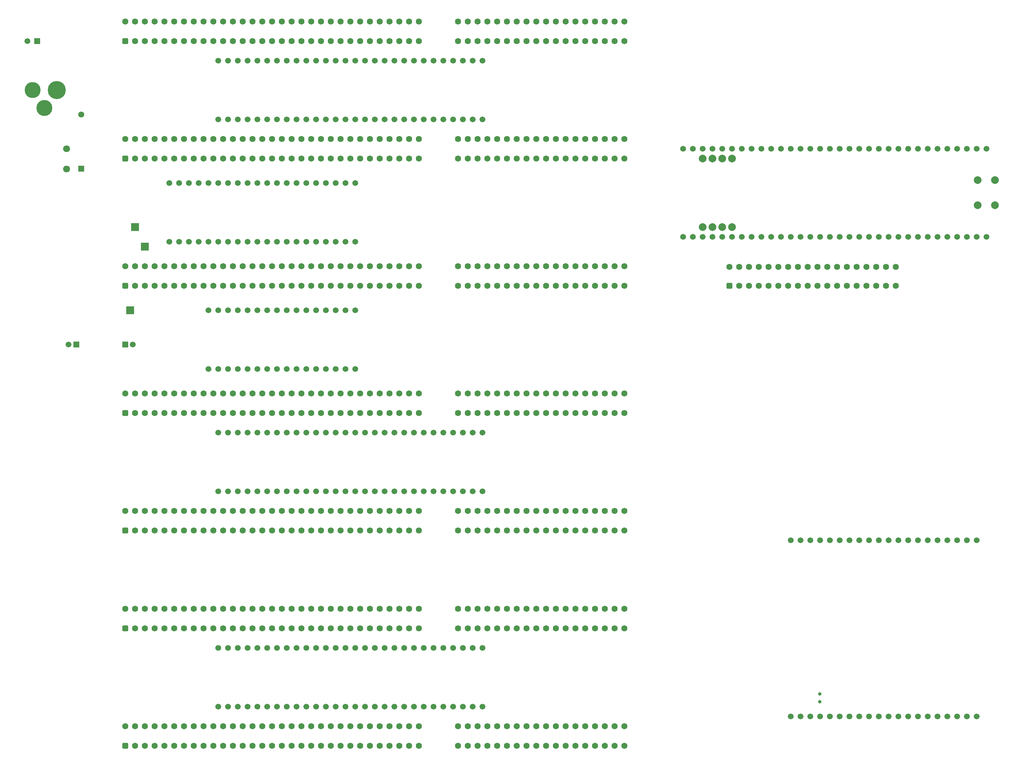
<source format=gbr>
%TF.GenerationSoftware,KiCad,Pcbnew,8.0.4*%
%TF.CreationDate,2024-08-13T10:11:20+02:00*%
%TF.ProjectId,Mainboard Small,4d61696e-626f-4617-9264-20536d616c6c,rev?*%
%TF.SameCoordinates,Original*%
%TF.FileFunction,Soldermask,Bot*%
%TF.FilePolarity,Negative*%
%FSLAX46Y46*%
G04 Gerber Fmt 4.6, Leading zero omitted, Abs format (unit mm)*
G04 Created by KiCad (PCBNEW 8.0.4) date 2024-08-13 10:11:20*
%MOMM*%
%LPD*%
G01*
G04 APERTURE LIST*
G04 Aperture macros list*
%AMRoundRect*
0 Rectangle with rounded corners*
0 $1 Rounding radius*
0 $2 $3 $4 $5 $6 $7 $8 $9 X,Y pos of 4 corners*
0 Add a 4 corners polygon primitive as box body*
4,1,4,$2,$3,$4,$5,$6,$7,$8,$9,$2,$3,0*
0 Add four circle primitives for the rounded corners*
1,1,$1+$1,$2,$3*
1,1,$1+$1,$4,$5*
1,1,$1+$1,$6,$7*
1,1,$1+$1,$8,$9*
0 Add four rect primitives between the rounded corners*
20,1,$1+$1,$2,$3,$4,$5,0*
20,1,$1+$1,$4,$5,$6,$7,0*
20,1,$1+$1,$6,$7,$8,$9,0*
20,1,$1+$1,$8,$9,$2,$3,0*%
G04 Aperture macros list end*
%ADD10RoundRect,0.400000X0.400000X0.400000X-0.400000X0.400000X-0.400000X-0.400000X0.400000X-0.400000X0*%
%ADD11C,1.600000*%
%ADD12C,4.700000*%
%ADD13C,4.150000*%
%ADD14C,1.500000*%
%ADD15C,0.900000*%
%ADD16R,2.000000X2.000000*%
%ADD17R,1.500000X1.500000*%
%ADD18C,2.000000*%
%ADD19R,1.575000X1.575000*%
%ADD20C,1.575000*%
%ADD21C,1.800000*%
G04 APERTURE END LIST*
D10*
%TO.C,MPD0*%
X202565000Y-86360000D03*
D11*
X202565000Y-81509000D03*
X205105000Y-86360000D03*
X205105000Y-81509000D03*
X207645000Y-86360000D03*
X207645000Y-81509000D03*
X210185000Y-86360000D03*
X210185000Y-81509000D03*
X212725000Y-86360000D03*
X212725000Y-81509000D03*
X215265000Y-86360000D03*
X215265000Y-81509000D03*
X217805000Y-86360000D03*
X217805000Y-81509000D03*
X220345000Y-86360000D03*
X220345000Y-81509000D03*
X222885000Y-86360000D03*
X222885000Y-81509000D03*
X225425000Y-86360000D03*
X225425000Y-81509000D03*
X227965000Y-86360000D03*
X227965000Y-81509000D03*
X230505000Y-86360000D03*
X230505000Y-81509000D03*
X233045000Y-86360000D03*
X233045000Y-81509000D03*
X235585000Y-86360000D03*
X235585000Y-81509000D03*
X238125000Y-86360000D03*
X238125000Y-81509000D03*
X240665000Y-86360000D03*
X240665000Y-81509000D03*
X243205000Y-86360000D03*
X243205000Y-81509000D03*
X245745000Y-86360000D03*
X245745000Y-81509000D03*
%TD*%
%TO.C,DEV5*%
X45720000Y-144780000D03*
X48260000Y-144780000D03*
X50800000Y-144780000D03*
X53340000Y-144780000D03*
X55880000Y-144780000D03*
X58420000Y-144780000D03*
X60960000Y-144780000D03*
X63500000Y-144780000D03*
X66040000Y-144780000D03*
X68580000Y-144780000D03*
X71120000Y-144780000D03*
X73660000Y-144780000D03*
X76200000Y-144780000D03*
X78740000Y-144780000D03*
X81280000Y-144780000D03*
X83820000Y-144780000D03*
X86360000Y-144780000D03*
X88900000Y-144780000D03*
X91440000Y-144780000D03*
X93980000Y-144780000D03*
X96520000Y-144780000D03*
X99060000Y-144780000D03*
X101600000Y-144780000D03*
X104140000Y-144780000D03*
X106680000Y-144780000D03*
X109220000Y-144780000D03*
X111760000Y-144780000D03*
X114300000Y-144780000D03*
X116840000Y-144780000D03*
X119380000Y-144780000D03*
X121920000Y-144780000D03*
D10*
X45720000Y-149860000D03*
D11*
X48260000Y-149860000D03*
X50800000Y-149860000D03*
X53340000Y-149860000D03*
X55880000Y-149860000D03*
X58420000Y-149860000D03*
X60960000Y-149860000D03*
X63500000Y-149860000D03*
X66040000Y-149860000D03*
X68580000Y-149860000D03*
X71120000Y-149860000D03*
X73660000Y-149860000D03*
X76200000Y-149860000D03*
X78740000Y-149860000D03*
X81280000Y-149860000D03*
X83820000Y-149860000D03*
X86360000Y-149860000D03*
X88900000Y-149860000D03*
X91440000Y-149860000D03*
X93980000Y-149860000D03*
X96520000Y-149860000D03*
X99060000Y-149860000D03*
X101600000Y-149860000D03*
X104140000Y-149860000D03*
X106680000Y-149860000D03*
X109220000Y-149860000D03*
X111760000Y-149860000D03*
X114300000Y-149860000D03*
X116840000Y-149860000D03*
X119380000Y-149860000D03*
X121920000Y-149860000D03*
X132080000Y-144780000D03*
X134620000Y-144780000D03*
X137160000Y-144780000D03*
X139700000Y-144780000D03*
X142240000Y-144780000D03*
X144780000Y-144780000D03*
X147320000Y-144780000D03*
X149860000Y-144780000D03*
X152400000Y-144780000D03*
X154940000Y-144780000D03*
X157480000Y-144780000D03*
X160020000Y-144780000D03*
X162560000Y-144780000D03*
X165100000Y-144780000D03*
X167640000Y-144780000D03*
X170180000Y-144780000D03*
X172720000Y-144780000D03*
X175260000Y-144780000D03*
X132080000Y-149860000D03*
X134620000Y-149860000D03*
X137160000Y-149860000D03*
X139700000Y-149860000D03*
X142240000Y-149860000D03*
X144780000Y-149860000D03*
X147320000Y-149860000D03*
X149860000Y-149860000D03*
X152400000Y-149860000D03*
X154940000Y-149860000D03*
X157480000Y-149860000D03*
X160020000Y-149860000D03*
X162560000Y-149860000D03*
X165100000Y-149860000D03*
X167640000Y-149860000D03*
X170180000Y-149860000D03*
X172720000Y-149860000D03*
X175260000Y-149860000D03*
%TD*%
D12*
%TO.C,J3*%
X27940000Y-35560000D03*
D13*
X24740000Y-40260000D03*
X21740000Y-35560000D03*
%TD*%
D14*
%TO.C,B1*%
X69850000Y-43180000D03*
X72390000Y-43180000D03*
X74930000Y-43180000D03*
X77470000Y-43180000D03*
X80010000Y-43180000D03*
X82550000Y-43180000D03*
X85090000Y-43180000D03*
X87630000Y-43180000D03*
X90170000Y-43180000D03*
X92710000Y-43180000D03*
X95250000Y-43180000D03*
X97790000Y-43180000D03*
X100330000Y-43180000D03*
X102870000Y-43180000D03*
X105410000Y-43180000D03*
X107950000Y-43180000D03*
X110490000Y-43180000D03*
X113030000Y-43180000D03*
X115570000Y-43180000D03*
X118110000Y-43180000D03*
X120650000Y-43180000D03*
X123190000Y-43180000D03*
X125730000Y-43180000D03*
X128270000Y-43180000D03*
X130810000Y-43180000D03*
X133350000Y-43180000D03*
X135890000Y-43180000D03*
X138430000Y-43180000D03*
X138430000Y-27940000D03*
X135890000Y-27940000D03*
X133350000Y-27940000D03*
X130810000Y-27940000D03*
X128270000Y-27940000D03*
X125730000Y-27940000D03*
X123190000Y-27940000D03*
X120650000Y-27940000D03*
X118110000Y-27940000D03*
X115570000Y-27940000D03*
X113030000Y-27940000D03*
X110490000Y-27940000D03*
X107950000Y-27940000D03*
X105410000Y-27940000D03*
X102870000Y-27940000D03*
X100330000Y-27940000D03*
X97790000Y-27940000D03*
X95250000Y-27940000D03*
X92710000Y-27940000D03*
X90170000Y-27940000D03*
X87630000Y-27940000D03*
X85090000Y-27940000D03*
X82550000Y-27940000D03*
X80010000Y-27940000D03*
X77470000Y-27940000D03*
X74930000Y-27940000D03*
X72390000Y-27940000D03*
X69850000Y-27940000D03*
%TD*%
%TO.C,B3*%
X69850000Y-195580000D03*
X72390000Y-195580000D03*
X74930000Y-195580000D03*
X77470000Y-195580000D03*
X80010000Y-195580000D03*
X82550000Y-195580000D03*
X85090000Y-195580000D03*
X87630000Y-195580000D03*
X90170000Y-195580000D03*
X92710000Y-195580000D03*
X95250000Y-195580000D03*
X97790000Y-195580000D03*
X100330000Y-195580000D03*
X102870000Y-195580000D03*
X105410000Y-195580000D03*
X107950000Y-195580000D03*
X110490000Y-195580000D03*
X113030000Y-195580000D03*
X115570000Y-195580000D03*
X118110000Y-195580000D03*
X120650000Y-195580000D03*
X123190000Y-195580000D03*
X125730000Y-195580000D03*
X128270000Y-195580000D03*
X130810000Y-195580000D03*
X133350000Y-195580000D03*
X135890000Y-195580000D03*
X138430000Y-195580000D03*
X138430000Y-180340000D03*
X135890000Y-180340000D03*
X133350000Y-180340000D03*
X130810000Y-180340000D03*
X128270000Y-180340000D03*
X125730000Y-180340000D03*
X123190000Y-180340000D03*
X120650000Y-180340000D03*
X118110000Y-180340000D03*
X115570000Y-180340000D03*
X113030000Y-180340000D03*
X110490000Y-180340000D03*
X107950000Y-180340000D03*
X105410000Y-180340000D03*
X102870000Y-180340000D03*
X100330000Y-180340000D03*
X97790000Y-180340000D03*
X95250000Y-180340000D03*
X92710000Y-180340000D03*
X90170000Y-180340000D03*
X87630000Y-180340000D03*
X85090000Y-180340000D03*
X82550000Y-180340000D03*
X80010000Y-180340000D03*
X77470000Y-180340000D03*
X74930000Y-180340000D03*
X72390000Y-180340000D03*
X69850000Y-180340000D03*
%TD*%
D15*
%TO.C,B6*%
X226035000Y-194335400D03*
X226035000Y-192335400D03*
D14*
X218440000Y-198120000D03*
X220980000Y-198120000D03*
X223520000Y-198120000D03*
X226060000Y-198120000D03*
X228600000Y-198120000D03*
X231140000Y-198120000D03*
X233680000Y-198120000D03*
X236220000Y-198120000D03*
X238760000Y-198120000D03*
X241300000Y-198120000D03*
X243840000Y-198120000D03*
X246380000Y-198120000D03*
X248920000Y-198120000D03*
X251460000Y-198120000D03*
X254000000Y-198120000D03*
X256540000Y-198120000D03*
X259080000Y-198120000D03*
X261620000Y-198120000D03*
X264160000Y-198120000D03*
X266700000Y-198120000D03*
X266700000Y-152400000D03*
X264160000Y-152400000D03*
X261620000Y-152400000D03*
X259080000Y-152400000D03*
X256540000Y-152400000D03*
X254000000Y-152400000D03*
X251460000Y-152400000D03*
X248920000Y-152400000D03*
X246380000Y-152400000D03*
X243840000Y-152400000D03*
X241300000Y-152400000D03*
X238760000Y-152400000D03*
X236220000Y-152400000D03*
X233680000Y-152400000D03*
X231140000Y-152400000D03*
X228600000Y-152400000D03*
X226060000Y-152400000D03*
X223520000Y-152400000D03*
X220980000Y-152400000D03*
X218440000Y-152400000D03*
%TD*%
D16*
%TO.C,TP2*%
X50800000Y-76240000D03*
%TD*%
D17*
%TO.C,C4*%
X45720000Y-101600000D03*
D14*
X47720000Y-101600000D03*
%TD*%
D16*
%TO.C,TP1*%
X48260000Y-71160000D03*
%TD*%
D11*
%TO.C,DEV16*%
X45720000Y-17780000D03*
X48260000Y-17780000D03*
X50800000Y-17780000D03*
X53340000Y-17780000D03*
X55880000Y-17780000D03*
X58420000Y-17780000D03*
X60960000Y-17780000D03*
X63500000Y-17780000D03*
X66040000Y-17780000D03*
X68580000Y-17780000D03*
X71120000Y-17780000D03*
X73660000Y-17780000D03*
X76200000Y-17780000D03*
X78740000Y-17780000D03*
X81280000Y-17780000D03*
X83820000Y-17780000D03*
X86360000Y-17780000D03*
X88900000Y-17780000D03*
X91440000Y-17780000D03*
X93980000Y-17780000D03*
X96520000Y-17780000D03*
X99060000Y-17780000D03*
X101600000Y-17780000D03*
X104140000Y-17780000D03*
X106680000Y-17780000D03*
X109220000Y-17780000D03*
X111760000Y-17780000D03*
X114300000Y-17780000D03*
X116840000Y-17780000D03*
X119380000Y-17780000D03*
X121920000Y-17780000D03*
D10*
X45720000Y-22860000D03*
D11*
X48260000Y-22860000D03*
X50800000Y-22860000D03*
X53340000Y-22860000D03*
X55880000Y-22860000D03*
X58420000Y-22860000D03*
X60960000Y-22860000D03*
X63500000Y-22860000D03*
X66040000Y-22860000D03*
X68580000Y-22860000D03*
X71120000Y-22860000D03*
X73660000Y-22860000D03*
X76200000Y-22860000D03*
X78740000Y-22860000D03*
X81280000Y-22860000D03*
X83820000Y-22860000D03*
X86360000Y-22860000D03*
X88900000Y-22860000D03*
X91440000Y-22860000D03*
X93980000Y-22860000D03*
X96520000Y-22860000D03*
X99060000Y-22860000D03*
X101600000Y-22860000D03*
X104140000Y-22860000D03*
X106680000Y-22860000D03*
X109220000Y-22860000D03*
X111760000Y-22860000D03*
X114300000Y-22860000D03*
X116840000Y-22860000D03*
X119380000Y-22860000D03*
X121920000Y-22860000D03*
X132080000Y-17780000D03*
X134620000Y-17780000D03*
X137160000Y-17780000D03*
X139700000Y-17780000D03*
X142240000Y-17780000D03*
X144780000Y-17780000D03*
X147320000Y-17780000D03*
X149860000Y-17780000D03*
X152400000Y-17780000D03*
X154940000Y-17780000D03*
X157480000Y-17780000D03*
X160020000Y-17780000D03*
X162560000Y-17780000D03*
X165100000Y-17780000D03*
X167640000Y-17780000D03*
X170180000Y-17780000D03*
X172720000Y-17780000D03*
X175260000Y-17780000D03*
X132080000Y-22860000D03*
X134620000Y-22860000D03*
X137160000Y-22860000D03*
X139700000Y-22860000D03*
X142240000Y-22860000D03*
X144780000Y-22860000D03*
X147320000Y-22860000D03*
X149860000Y-22860000D03*
X152400000Y-22860000D03*
X154940000Y-22860000D03*
X157480000Y-22860000D03*
X160020000Y-22860000D03*
X162560000Y-22860000D03*
X165100000Y-22860000D03*
X167640000Y-22860000D03*
X170180000Y-22860000D03*
X172720000Y-22860000D03*
X175260000Y-22860000D03*
%TD*%
D18*
%TO.C,B12*%
X195580000Y-71120000D03*
X198120000Y-71120000D03*
X200660000Y-71120000D03*
X203200000Y-71120000D03*
X266990000Y-65480000D03*
X271490000Y-65480000D03*
X266990000Y-58980000D03*
X271490000Y-58980000D03*
X195580000Y-53340000D03*
X198120000Y-53340000D03*
X200660000Y-53340000D03*
X203200000Y-53340000D03*
D14*
X190500000Y-73660000D03*
X193040000Y-73660000D03*
X195580000Y-73660000D03*
X198120000Y-73660000D03*
X200660000Y-73660000D03*
X203200000Y-73660000D03*
X205740000Y-73660000D03*
X208280000Y-73660000D03*
X210820000Y-73660000D03*
X213360000Y-73660000D03*
X215900000Y-73660000D03*
X218440000Y-73660000D03*
X220980000Y-73660000D03*
X223520000Y-73660000D03*
X226060000Y-73660000D03*
X228600000Y-73660000D03*
X231140000Y-73660000D03*
X233680000Y-73660000D03*
X236220000Y-73660000D03*
X238760000Y-73660000D03*
X241300000Y-73660000D03*
X243840000Y-73660000D03*
X246380000Y-73660000D03*
X248920000Y-73660000D03*
X251460000Y-73660000D03*
X254000000Y-73660000D03*
X256540000Y-73660000D03*
X259080000Y-73660000D03*
X261620000Y-73660000D03*
X264160000Y-73660000D03*
X266700000Y-73660000D03*
X269240000Y-73660000D03*
X269240000Y-50800000D03*
X266700000Y-50800000D03*
X264160000Y-50800000D03*
X261620000Y-50800000D03*
X259080000Y-50800000D03*
X256540000Y-50800000D03*
X254000000Y-50800000D03*
X251460000Y-50800000D03*
X248920000Y-50800000D03*
X246380000Y-50800000D03*
X243840000Y-50800000D03*
X241300000Y-50800000D03*
X238760000Y-50800000D03*
X236220000Y-50800000D03*
X233680000Y-50800000D03*
X231140000Y-50800000D03*
X228600000Y-50800000D03*
X226060000Y-50800000D03*
X223520000Y-50800000D03*
X220980000Y-50800000D03*
X218440000Y-50800000D03*
X215900000Y-50800000D03*
X213360000Y-50800000D03*
X210820000Y-50800000D03*
X208280000Y-50800000D03*
X205740000Y-50800000D03*
X203200000Y-50800000D03*
X200660000Y-50800000D03*
X198120000Y-50800000D03*
X195580000Y-50800000D03*
X193040000Y-50800000D03*
X190500000Y-50800000D03*
%TD*%
D17*
%TO.C,LED2*%
X22860000Y-22860000D03*
D14*
X20320000Y-22860000D03*
%TD*%
D17*
%TO.C,C3*%
X33020000Y-101600000D03*
D14*
X31020000Y-101600000D03*
%TD*%
D11*
%TO.C,DEV4*%
X45720000Y-170180000D03*
X48260000Y-170180000D03*
X50800000Y-170180000D03*
X53340000Y-170180000D03*
X55880000Y-170180000D03*
X58420000Y-170180000D03*
X60960000Y-170180000D03*
X63500000Y-170180000D03*
X66040000Y-170180000D03*
X68580000Y-170180000D03*
X71120000Y-170180000D03*
X73660000Y-170180000D03*
X76200000Y-170180000D03*
X78740000Y-170180000D03*
X81280000Y-170180000D03*
X83820000Y-170180000D03*
X86360000Y-170180000D03*
X88900000Y-170180000D03*
X91440000Y-170180000D03*
X93980000Y-170180000D03*
X96520000Y-170180000D03*
X99060000Y-170180000D03*
X101600000Y-170180000D03*
X104140000Y-170180000D03*
X106680000Y-170180000D03*
X109220000Y-170180000D03*
X111760000Y-170180000D03*
X114300000Y-170180000D03*
X116840000Y-170180000D03*
X119380000Y-170180000D03*
X121920000Y-170180000D03*
D10*
X45720000Y-175260000D03*
D11*
X48260000Y-175260000D03*
X50800000Y-175260000D03*
X53340000Y-175260000D03*
X55880000Y-175260000D03*
X58420000Y-175260000D03*
X60960000Y-175260000D03*
X63500000Y-175260000D03*
X66040000Y-175260000D03*
X68580000Y-175260000D03*
X71120000Y-175260000D03*
X73660000Y-175260000D03*
X76200000Y-175260000D03*
X78740000Y-175260000D03*
X81280000Y-175260000D03*
X83820000Y-175260000D03*
X86360000Y-175260000D03*
X88900000Y-175260000D03*
X91440000Y-175260000D03*
X93980000Y-175260000D03*
X96520000Y-175260000D03*
X99060000Y-175260000D03*
X101600000Y-175260000D03*
X104140000Y-175260000D03*
X106680000Y-175260000D03*
X109220000Y-175260000D03*
X111760000Y-175260000D03*
X114300000Y-175260000D03*
X116840000Y-175260000D03*
X119380000Y-175260000D03*
X121920000Y-175260000D03*
X132080000Y-170180000D03*
X134620000Y-170180000D03*
X137160000Y-170180000D03*
X139700000Y-170180000D03*
X142240000Y-170180000D03*
X144780000Y-170180000D03*
X147320000Y-170180000D03*
X149860000Y-170180000D03*
X152400000Y-170180000D03*
X154940000Y-170180000D03*
X157480000Y-170180000D03*
X160020000Y-170180000D03*
X162560000Y-170180000D03*
X165100000Y-170180000D03*
X167640000Y-170180000D03*
X170180000Y-170180000D03*
X172720000Y-170180000D03*
X175260000Y-170180000D03*
X132080000Y-175260000D03*
X134620000Y-175260000D03*
X137160000Y-175260000D03*
X139700000Y-175260000D03*
X142240000Y-175260000D03*
X144780000Y-175260000D03*
X147320000Y-175260000D03*
X149860000Y-175260000D03*
X152400000Y-175260000D03*
X154940000Y-175260000D03*
X157480000Y-175260000D03*
X160020000Y-175260000D03*
X162560000Y-175260000D03*
X165100000Y-175260000D03*
X167640000Y-175260000D03*
X170180000Y-175260000D03*
X172720000Y-175260000D03*
X175260000Y-175260000D03*
%TD*%
%TO.C,DEV3*%
X45720000Y-200660000D03*
X48260000Y-200660000D03*
X50800000Y-200660000D03*
X53340000Y-200660000D03*
X55880000Y-200660000D03*
X58420000Y-200660000D03*
X60960000Y-200660000D03*
X63500000Y-200660000D03*
X66040000Y-200660000D03*
X68580000Y-200660000D03*
X71120000Y-200660000D03*
X73660000Y-200660000D03*
X76200000Y-200660000D03*
X78740000Y-200660000D03*
X81280000Y-200660000D03*
X83820000Y-200660000D03*
X86360000Y-200660000D03*
X88900000Y-200660000D03*
X91440000Y-200660000D03*
X93980000Y-200660000D03*
X96520000Y-200660000D03*
X99060000Y-200660000D03*
X101600000Y-200660000D03*
X104140000Y-200660000D03*
X106680000Y-200660000D03*
X109220000Y-200660000D03*
X111760000Y-200660000D03*
X114300000Y-200660000D03*
X116840000Y-200660000D03*
X119380000Y-200660000D03*
X121920000Y-200660000D03*
D10*
X45720000Y-205740000D03*
D11*
X48260000Y-205740000D03*
X50800000Y-205740000D03*
X53340000Y-205740000D03*
X55880000Y-205740000D03*
X58420000Y-205740000D03*
X60960000Y-205740000D03*
X63500000Y-205740000D03*
X66040000Y-205740000D03*
X68580000Y-205740000D03*
X71120000Y-205740000D03*
X73660000Y-205740000D03*
X76200000Y-205740000D03*
X78740000Y-205740000D03*
X81280000Y-205740000D03*
X83820000Y-205740000D03*
X86360000Y-205740000D03*
X88900000Y-205740000D03*
X91440000Y-205740000D03*
X93980000Y-205740000D03*
X96520000Y-205740000D03*
X99060000Y-205740000D03*
X101600000Y-205740000D03*
X104140000Y-205740000D03*
X106680000Y-205740000D03*
X109220000Y-205740000D03*
X111760000Y-205740000D03*
X114300000Y-205740000D03*
X116840000Y-205740000D03*
X119380000Y-205740000D03*
X121920000Y-205740000D03*
X132080000Y-200660000D03*
X134620000Y-200660000D03*
X137160000Y-200660000D03*
X139700000Y-200660000D03*
X142240000Y-200660000D03*
X144780000Y-200660000D03*
X147320000Y-200660000D03*
X149860000Y-200660000D03*
X152400000Y-200660000D03*
X154940000Y-200660000D03*
X157480000Y-200660000D03*
X160020000Y-200660000D03*
X162560000Y-200660000D03*
X165100000Y-200660000D03*
X167640000Y-200660000D03*
X170180000Y-200660000D03*
X172720000Y-200660000D03*
X175260000Y-200660000D03*
X132080000Y-205740000D03*
X134620000Y-205740000D03*
X137160000Y-205740000D03*
X139700000Y-205740000D03*
X142240000Y-205740000D03*
X144780000Y-205740000D03*
X147320000Y-205740000D03*
X149860000Y-205740000D03*
X152400000Y-205740000D03*
X154940000Y-205740000D03*
X157480000Y-205740000D03*
X160020000Y-205740000D03*
X162560000Y-205740000D03*
X165100000Y-205740000D03*
X167640000Y-205740000D03*
X170180000Y-205740000D03*
X172720000Y-205740000D03*
X175260000Y-205740000D03*
%TD*%
%TO.C,MPU0*%
X45720000Y-81280000D03*
X48260000Y-81280000D03*
X50800000Y-81280000D03*
X53340000Y-81280000D03*
X55880000Y-81280000D03*
X58420000Y-81280000D03*
X60960000Y-81280000D03*
X63500000Y-81280000D03*
X66040000Y-81280000D03*
X68580000Y-81280000D03*
X71120000Y-81280000D03*
X73660000Y-81280000D03*
X76200000Y-81280000D03*
X78740000Y-81280000D03*
X81280000Y-81280000D03*
X83820000Y-81280000D03*
X86360000Y-81280000D03*
X88900000Y-81280000D03*
X91440000Y-81280000D03*
X93980000Y-81280000D03*
X96520000Y-81280000D03*
X99060000Y-81280000D03*
X101600000Y-81280000D03*
X104140000Y-81280000D03*
X106680000Y-81280000D03*
X109220000Y-81280000D03*
X111760000Y-81280000D03*
X114300000Y-81280000D03*
X116840000Y-81280000D03*
X119380000Y-81280000D03*
X121920000Y-81280000D03*
D10*
X45720000Y-86360000D03*
D11*
X48260000Y-86360000D03*
X50800000Y-86360000D03*
X53340000Y-86360000D03*
X55880000Y-86360000D03*
X58420000Y-86360000D03*
X60960000Y-86360000D03*
X63500000Y-86360000D03*
X66040000Y-86360000D03*
X68580000Y-86360000D03*
X71120000Y-86360000D03*
X73660000Y-86360000D03*
X76200000Y-86360000D03*
X78740000Y-86360000D03*
X81280000Y-86360000D03*
X83820000Y-86360000D03*
X86360000Y-86360000D03*
X88900000Y-86360000D03*
X91440000Y-86360000D03*
X93980000Y-86360000D03*
X96520000Y-86360000D03*
X99060000Y-86360000D03*
X101600000Y-86360000D03*
X104140000Y-86360000D03*
X106680000Y-86360000D03*
X109220000Y-86360000D03*
X111760000Y-86360000D03*
X114300000Y-86360000D03*
X116840000Y-86360000D03*
X119380000Y-86360000D03*
X121920000Y-86360000D03*
X132080000Y-81280000D03*
X134620000Y-81280000D03*
X137160000Y-81280000D03*
X139700000Y-81280000D03*
X142240000Y-81280000D03*
X144780000Y-81280000D03*
X147320000Y-81280000D03*
X149860000Y-81280000D03*
X152400000Y-81280000D03*
X154940000Y-81280000D03*
X157480000Y-81280000D03*
X160020000Y-81280000D03*
X162560000Y-81280000D03*
X165100000Y-81280000D03*
X167640000Y-81280000D03*
X170180000Y-81280000D03*
X172720000Y-81280000D03*
X175260000Y-81280000D03*
X132080000Y-86360000D03*
X134620000Y-86360000D03*
X137160000Y-86360000D03*
X139700000Y-86360000D03*
X142240000Y-86360000D03*
X144780000Y-86360000D03*
X147320000Y-86360000D03*
X149860000Y-86360000D03*
X152400000Y-86360000D03*
X154940000Y-86360000D03*
X157480000Y-86360000D03*
X160020000Y-86360000D03*
X162560000Y-86360000D03*
X165100000Y-86360000D03*
X167640000Y-86360000D03*
X170180000Y-86360000D03*
X172720000Y-86360000D03*
X175260000Y-86360000D03*
%TD*%
D16*
%TO.C,TP3*%
X46990000Y-92710000D03*
%TD*%
D11*
%TO.C,DEV17*%
X45720000Y-48260000D03*
X48260000Y-48260000D03*
X50800000Y-48260000D03*
X53340000Y-48260000D03*
X55880000Y-48260000D03*
X58420000Y-48260000D03*
X60960000Y-48260000D03*
X63500000Y-48260000D03*
X66040000Y-48260000D03*
X68580000Y-48260000D03*
X71120000Y-48260000D03*
X73660000Y-48260000D03*
X76200000Y-48260000D03*
X78740000Y-48260000D03*
X81280000Y-48260000D03*
X83820000Y-48260000D03*
X86360000Y-48260000D03*
X88900000Y-48260000D03*
X91440000Y-48260000D03*
X93980000Y-48260000D03*
X96520000Y-48260000D03*
X99060000Y-48260000D03*
X101600000Y-48260000D03*
X104140000Y-48260000D03*
X106680000Y-48260000D03*
X109220000Y-48260000D03*
X111760000Y-48260000D03*
X114300000Y-48260000D03*
X116840000Y-48260000D03*
X119380000Y-48260000D03*
X121920000Y-48260000D03*
D10*
X45720000Y-53340000D03*
D11*
X48260000Y-53340000D03*
X50800000Y-53340000D03*
X53340000Y-53340000D03*
X55880000Y-53340000D03*
X58420000Y-53340000D03*
X60960000Y-53340000D03*
X63500000Y-53340000D03*
X66040000Y-53340000D03*
X68580000Y-53340000D03*
X71120000Y-53340000D03*
X73660000Y-53340000D03*
X76200000Y-53340000D03*
X78740000Y-53340000D03*
X81280000Y-53340000D03*
X83820000Y-53340000D03*
X86360000Y-53340000D03*
X88900000Y-53340000D03*
X91440000Y-53340000D03*
X93980000Y-53340000D03*
X96520000Y-53340000D03*
X99060000Y-53340000D03*
X101600000Y-53340000D03*
X104140000Y-53340000D03*
X106680000Y-53340000D03*
X109220000Y-53340000D03*
X111760000Y-53340000D03*
X114300000Y-53340000D03*
X116840000Y-53340000D03*
X119380000Y-53340000D03*
X121920000Y-53340000D03*
X132080000Y-48260000D03*
X134620000Y-48260000D03*
X137160000Y-48260000D03*
X139700000Y-48260000D03*
X142240000Y-48260000D03*
X144780000Y-48260000D03*
X147320000Y-48260000D03*
X149860000Y-48260000D03*
X152400000Y-48260000D03*
X154940000Y-48260000D03*
X157480000Y-48260000D03*
X160020000Y-48260000D03*
X162560000Y-48260000D03*
X165100000Y-48260000D03*
X167640000Y-48260000D03*
X170180000Y-48260000D03*
X172720000Y-48260000D03*
X175260000Y-48260000D03*
X132080000Y-53340000D03*
X134620000Y-53340000D03*
X137160000Y-53340000D03*
X139700000Y-53340000D03*
X142240000Y-53340000D03*
X144780000Y-53340000D03*
X147320000Y-53340000D03*
X149860000Y-53340000D03*
X152400000Y-53340000D03*
X154940000Y-53340000D03*
X157480000Y-53340000D03*
X160020000Y-53340000D03*
X162560000Y-53340000D03*
X165100000Y-53340000D03*
X167640000Y-53340000D03*
X170180000Y-53340000D03*
X172720000Y-53340000D03*
X175260000Y-53340000D03*
%TD*%
D19*
%TO.C,D1*%
X34290000Y-56010000D03*
D20*
X34290000Y-41910000D03*
%TD*%
D14*
%TO.C,B4*%
X57150000Y-74930000D03*
X59690000Y-74930000D03*
X62230000Y-74930000D03*
X64770000Y-74930000D03*
X67310000Y-74930000D03*
X69850000Y-74930000D03*
X72390000Y-74930000D03*
X74930000Y-74930000D03*
X77470000Y-74930000D03*
X80010000Y-74930000D03*
X82550000Y-74930000D03*
X85090000Y-74930000D03*
X87630000Y-74930000D03*
X90170000Y-74930000D03*
X92710000Y-74930000D03*
X95250000Y-74930000D03*
X97790000Y-74930000D03*
X100330000Y-74930000D03*
X102870000Y-74930000D03*
X105410000Y-74930000D03*
X105410000Y-59690000D03*
X102870000Y-59690000D03*
X100330000Y-59690000D03*
X97790000Y-59690000D03*
X95250000Y-59690000D03*
X92710000Y-59690000D03*
X90170000Y-59690000D03*
X87630000Y-59690000D03*
X85090000Y-59690000D03*
X82550000Y-59690000D03*
X80010000Y-59690000D03*
X77470000Y-59690000D03*
X74930000Y-59690000D03*
X72390000Y-59690000D03*
X69850000Y-59690000D03*
X67310000Y-59690000D03*
X64770000Y-59690000D03*
X62230000Y-59690000D03*
X59690000Y-59690000D03*
X57150000Y-59690000D03*
%TD*%
D21*
%TO.C,S1*%
X30480000Y-56100000D03*
X30480000Y-50800000D03*
%TD*%
D14*
%TO.C,B2*%
X69850000Y-139700000D03*
X72390000Y-139700000D03*
X74930000Y-139700000D03*
X77470000Y-139700000D03*
X80010000Y-139700000D03*
X82550000Y-139700000D03*
X85090000Y-139700000D03*
X87630000Y-139700000D03*
X90170000Y-139700000D03*
X92710000Y-139700000D03*
X95250000Y-139700000D03*
X97790000Y-139700000D03*
X100330000Y-139700000D03*
X102870000Y-139700000D03*
X105410000Y-139700000D03*
X107950000Y-139700000D03*
X110490000Y-139700000D03*
X113030000Y-139700000D03*
X115570000Y-139700000D03*
X118110000Y-139700000D03*
X120650000Y-139700000D03*
X123190000Y-139700000D03*
X125730000Y-139700000D03*
X128270000Y-139700000D03*
X130810000Y-139700000D03*
X133350000Y-139700000D03*
X135890000Y-139700000D03*
X138430000Y-139700000D03*
X138430000Y-124460000D03*
X135890000Y-124460000D03*
X133350000Y-124460000D03*
X130810000Y-124460000D03*
X128270000Y-124460000D03*
X125730000Y-124460000D03*
X123190000Y-124460000D03*
X120650000Y-124460000D03*
X118110000Y-124460000D03*
X115570000Y-124460000D03*
X113030000Y-124460000D03*
X110490000Y-124460000D03*
X107950000Y-124460000D03*
X105410000Y-124460000D03*
X102870000Y-124460000D03*
X100330000Y-124460000D03*
X97790000Y-124460000D03*
X95250000Y-124460000D03*
X92710000Y-124460000D03*
X90170000Y-124460000D03*
X87630000Y-124460000D03*
X85090000Y-124460000D03*
X82550000Y-124460000D03*
X80010000Y-124460000D03*
X77470000Y-124460000D03*
X74930000Y-124460000D03*
X72390000Y-124460000D03*
X69850000Y-124460000D03*
%TD*%
D11*
%TO.C,DEV6*%
X45720000Y-114300000D03*
X48260000Y-114300000D03*
X50800000Y-114300000D03*
X53340000Y-114300000D03*
X55880000Y-114300000D03*
X58420000Y-114300000D03*
X60960000Y-114300000D03*
X63500000Y-114300000D03*
X66040000Y-114300000D03*
X68580000Y-114300000D03*
X71120000Y-114300000D03*
X73660000Y-114300000D03*
X76200000Y-114300000D03*
X78740000Y-114300000D03*
X81280000Y-114300000D03*
X83820000Y-114300000D03*
X86360000Y-114300000D03*
X88900000Y-114300000D03*
X91440000Y-114300000D03*
X93980000Y-114300000D03*
X96520000Y-114300000D03*
X99060000Y-114300000D03*
X101600000Y-114300000D03*
X104140000Y-114300000D03*
X106680000Y-114300000D03*
X109220000Y-114300000D03*
X111760000Y-114300000D03*
X114300000Y-114300000D03*
X116840000Y-114300000D03*
X119380000Y-114300000D03*
X121920000Y-114300000D03*
D10*
X45720000Y-119380000D03*
D11*
X48260000Y-119380000D03*
X50800000Y-119380000D03*
X53340000Y-119380000D03*
X55880000Y-119380000D03*
X58420000Y-119380000D03*
X60960000Y-119380000D03*
X63500000Y-119380000D03*
X66040000Y-119380000D03*
X68580000Y-119380000D03*
X71120000Y-119380000D03*
X73660000Y-119380000D03*
X76200000Y-119380000D03*
X78740000Y-119380000D03*
X81280000Y-119380000D03*
X83820000Y-119380000D03*
X86360000Y-119380000D03*
X88900000Y-119380000D03*
X91440000Y-119380000D03*
X93980000Y-119380000D03*
X96520000Y-119380000D03*
X99060000Y-119380000D03*
X101600000Y-119380000D03*
X104140000Y-119380000D03*
X106680000Y-119380000D03*
X109220000Y-119380000D03*
X111760000Y-119380000D03*
X114300000Y-119380000D03*
X116840000Y-119380000D03*
X119380000Y-119380000D03*
X121920000Y-119380000D03*
X132080000Y-114300000D03*
X134620000Y-114300000D03*
X137160000Y-114300000D03*
X139700000Y-114300000D03*
X142240000Y-114300000D03*
X144780000Y-114300000D03*
X147320000Y-114300000D03*
X149860000Y-114300000D03*
X152400000Y-114300000D03*
X154940000Y-114300000D03*
X157480000Y-114300000D03*
X160020000Y-114300000D03*
X162560000Y-114300000D03*
X165100000Y-114300000D03*
X167640000Y-114300000D03*
X170180000Y-114300000D03*
X172720000Y-114300000D03*
X175260000Y-114300000D03*
X132080000Y-119380000D03*
X134620000Y-119380000D03*
X137160000Y-119380000D03*
X139700000Y-119380000D03*
X142240000Y-119380000D03*
X144780000Y-119380000D03*
X147320000Y-119380000D03*
X149860000Y-119380000D03*
X152400000Y-119380000D03*
X154940000Y-119380000D03*
X157480000Y-119380000D03*
X160020000Y-119380000D03*
X162560000Y-119380000D03*
X165100000Y-119380000D03*
X167640000Y-119380000D03*
X170180000Y-119380000D03*
X172720000Y-119380000D03*
X175260000Y-119380000D03*
%TD*%
D14*
%TO.C,B5*%
X67310000Y-107950000D03*
X69850000Y-107950000D03*
X72390000Y-107950000D03*
X74930000Y-107950000D03*
X77470000Y-107950000D03*
X80010000Y-107950000D03*
X82550000Y-107950000D03*
X85090000Y-107950000D03*
X87630000Y-107950000D03*
X90170000Y-107950000D03*
X92710000Y-107950000D03*
X95250000Y-107950000D03*
X97790000Y-107950000D03*
X100330000Y-107950000D03*
X102870000Y-107950000D03*
X105410000Y-107950000D03*
X105410000Y-92710000D03*
X102870000Y-92710000D03*
X100330000Y-92710000D03*
X97790000Y-92710000D03*
X95250000Y-92710000D03*
X92710000Y-92710000D03*
X90170000Y-92710000D03*
X87630000Y-92710000D03*
X85090000Y-92710000D03*
X82550000Y-92710000D03*
X80010000Y-92710000D03*
X77470000Y-92710000D03*
X74930000Y-92710000D03*
X72390000Y-92710000D03*
X69850000Y-92710000D03*
X67310000Y-92710000D03*
%TD*%
M02*

</source>
